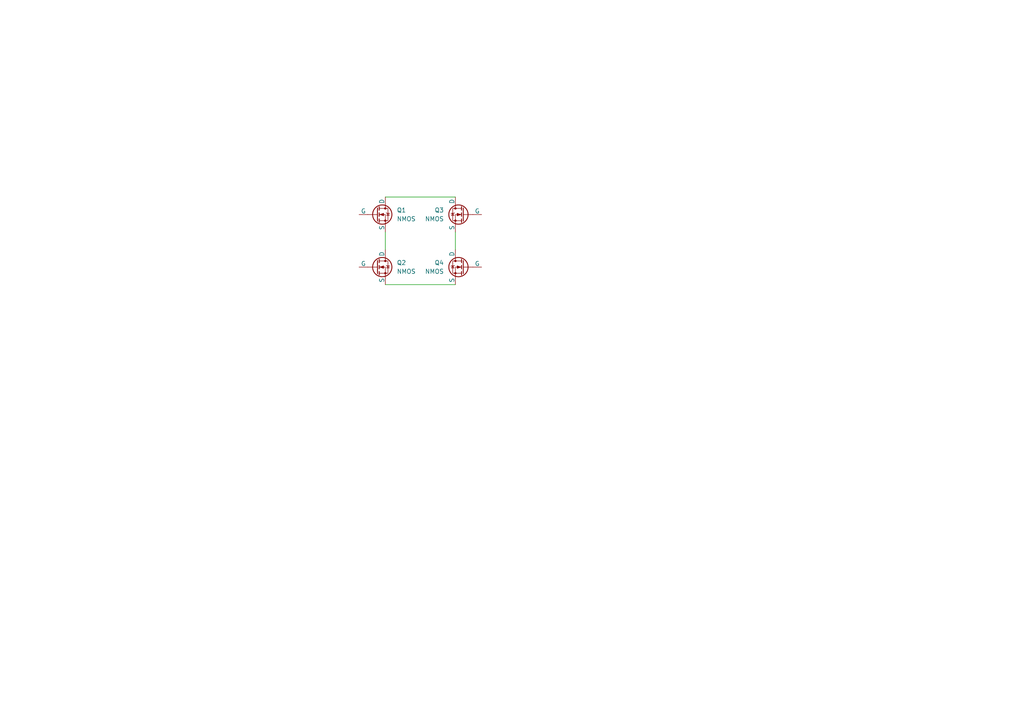
<source format=kicad_sch>
(kicad_sch (version 20230121) (generator eeschema)

  (uuid a5401a64-1ffd-4159-b94c-a6232b6db9b1)

  (paper "A4")

  (lib_symbols
    (symbol "Simulation_SPICE:NMOS" (pin_numbers hide) (pin_names (offset 0)) (in_bom yes) (on_board yes)
      (property "Reference" "Q" (at 5.08 1.27 0)
        (effects (font (size 1.27 1.27)) (justify left))
      )
      (property "Value" "NMOS" (at 5.08 -1.27 0)
        (effects (font (size 1.27 1.27)) (justify left))
      )
      (property "Footprint" "" (at 5.08 2.54 0)
        (effects (font (size 1.27 1.27)) hide)
      )
      (property "Datasheet" "https://ngspice.sourceforge.io/docs/ngspice-manual.pdf" (at 0 -12.7 0)
        (effects (font (size 1.27 1.27)) hide)
      )
      (property "Sim.Device" "NMOS" (at 0 -17.145 0)
        (effects (font (size 1.27 1.27)) hide)
      )
      (property "Sim.Type" "VDMOS" (at 0 -19.05 0)
        (effects (font (size 1.27 1.27)) hide)
      )
      (property "Sim.Pins" "1=D 2=G 3=S" (at 0 -15.24 0)
        (effects (font (size 1.27 1.27)) hide)
      )
      (property "ki_keywords" "transistor NMOS N-MOS N-MOSFET simulation" (at 0 0 0)
        (effects (font (size 1.27 1.27)) hide)
      )
      (property "ki_description" "N-MOSFET transistor, drain/source/gate" (at 0 0 0)
        (effects (font (size 1.27 1.27)) hide)
      )
      (symbol "NMOS_0_1"
        (polyline
          (pts
            (xy 0.254 0)
            (xy -2.54 0)
          )
          (stroke (width 0) (type default))
          (fill (type none))
        )
        (polyline
          (pts
            (xy 0.254 1.905)
            (xy 0.254 -1.905)
          )
          (stroke (width 0.254) (type default))
          (fill (type none))
        )
        (polyline
          (pts
            (xy 0.762 -1.27)
            (xy 0.762 -2.286)
          )
          (stroke (width 0.254) (type default))
          (fill (type none))
        )
        (polyline
          (pts
            (xy 0.762 0.508)
            (xy 0.762 -0.508)
          )
          (stroke (width 0.254) (type default))
          (fill (type none))
        )
        (polyline
          (pts
            (xy 0.762 2.286)
            (xy 0.762 1.27)
          )
          (stroke (width 0.254) (type default))
          (fill (type none))
        )
        (polyline
          (pts
            (xy 2.54 2.54)
            (xy 2.54 1.778)
          )
          (stroke (width 0) (type default))
          (fill (type none))
        )
        (polyline
          (pts
            (xy 2.54 -2.54)
            (xy 2.54 0)
            (xy 0.762 0)
          )
          (stroke (width 0) (type default))
          (fill (type none))
        )
        (polyline
          (pts
            (xy 0.762 -1.778)
            (xy 3.302 -1.778)
            (xy 3.302 1.778)
            (xy 0.762 1.778)
          )
          (stroke (width 0) (type default))
          (fill (type none))
        )
        (polyline
          (pts
            (xy 1.016 0)
            (xy 2.032 0.381)
            (xy 2.032 -0.381)
            (xy 1.016 0)
          )
          (stroke (width 0) (type default))
          (fill (type outline))
        )
        (polyline
          (pts
            (xy 2.794 0.508)
            (xy 2.921 0.381)
            (xy 3.683 0.381)
            (xy 3.81 0.254)
          )
          (stroke (width 0) (type default))
          (fill (type none))
        )
        (polyline
          (pts
            (xy 3.302 0.381)
            (xy 2.921 -0.254)
            (xy 3.683 -0.254)
            (xy 3.302 0.381)
          )
          (stroke (width 0) (type default))
          (fill (type none))
        )
        (circle (center 1.651 0) (radius 2.794)
          (stroke (width 0.254) (type default))
          (fill (type none))
        )
        (circle (center 2.54 -1.778) (radius 0.254)
          (stroke (width 0) (type default))
          (fill (type outline))
        )
        (circle (center 2.54 1.778) (radius 0.254)
          (stroke (width 0) (type default))
          (fill (type outline))
        )
      )
      (symbol "NMOS_1_1"
        (pin passive line (at 2.54 5.08 270) (length 2.54)
          (name "D" (effects (font (size 1.27 1.27))))
          (number "1" (effects (font (size 1.27 1.27))))
        )
        (pin input line (at -5.08 0 0) (length 2.54)
          (name "G" (effects (font (size 1.27 1.27))))
          (number "2" (effects (font (size 1.27 1.27))))
        )
        (pin passive line (at 2.54 -5.08 90) (length 2.54)
          (name "S" (effects (font (size 1.27 1.27))))
          (number "3" (effects (font (size 1.27 1.27))))
        )
      )
    )
  )


  (wire (pts (xy 132.08 67.31) (xy 132.08 72.39))
    (stroke (width 0) (type default))
    (uuid 1de1e32e-320e-431f-8e47-1516ba8b6a6c)
  )
  (wire (pts (xy 111.76 82.55) (xy 132.08 82.55))
    (stroke (width 0) (type default))
    (uuid 47ae1023-a75c-4536-8568-98545e31a56f)
  )
  (wire (pts (xy 111.76 57.15) (xy 132.08 57.15))
    (stroke (width 0) (type default))
    (uuid 6d414c35-b123-476c-8820-8fd517b5657f)
  )
  (wire (pts (xy 111.76 67.31) (xy 111.76 72.39))
    (stroke (width 0) (type default))
    (uuid d1032b05-1e88-45a1-b669-da769b973696)
  )

  (symbol (lib_id "Simulation_SPICE:NMOS") (at 134.62 77.47 0) (mirror y) (unit 1)
    (in_bom yes) (on_board yes) (dnp no) (fields_autoplaced)
    (uuid 618da9f9-6877-4ad3-8ae3-1607ca38299b)
    (property "Reference" "Q4" (at 128.778 76.2 0)
      (effects (font (size 1.27 1.27)) (justify left))
    )
    (property "Value" "NMOS" (at 128.778 78.74 0)
      (effects (font (size 1.27 1.27)) (justify left))
    )
    (property "Footprint" "" (at 129.54 74.93 0)
      (effects (font (size 1.27 1.27)) hide)
    )
    (property "Datasheet" "https://ngspice.sourceforge.io/docs/ngspice-manual.pdf" (at 134.62 90.17 0)
      (effects (font (size 1.27 1.27)) hide)
    )
    (property "Sim.Device" "NMOS" (at 134.62 94.615 0)
      (effects (font (size 1.27 1.27)) hide)
    )
    (property "Sim.Type" "VDMOS" (at 134.62 96.52 0)
      (effects (font (size 1.27 1.27)) hide)
    )
    (property "Sim.Pins" "1=D 2=G 3=S" (at 134.62 92.71 0)
      (effects (font (size 1.27 1.27)) hide)
    )
    (pin "1" (uuid 62ff6332-8a5c-4292-92c8-dff3306faec4))
    (pin "2" (uuid 41c4c6de-c729-484b-8487-e73b5525d9de))
    (pin "3" (uuid a6928272-dd2a-4fb5-b98c-4ddf0a15dc57))
    (instances
      (project "testo2H.K"
        (path "/a5401a64-1ffd-4159-b94c-a6232b6db9b1"
          (reference "Q4") (unit 1)
        )
      )
    )
  )

  (symbol (lib_id "Simulation_SPICE:NMOS") (at 134.62 62.23 0) (mirror y) (unit 1)
    (in_bom yes) (on_board yes) (dnp no) (fields_autoplaced)
    (uuid 73b9b7b8-2b93-4c35-ab3c-17687d45a934)
    (property "Reference" "Q3" (at 128.778 60.96 0)
      (effects (font (size 1.27 1.27)) (justify left))
    )
    (property "Value" "NMOS" (at 128.778 63.5 0)
      (effects (font (size 1.27 1.27)) (justify left))
    )
    (property "Footprint" "" (at 129.54 59.69 0)
      (effects (font (size 1.27 1.27)) hide)
    )
    (property "Datasheet" "https://ngspice.sourceforge.io/docs/ngspice-manual.pdf" (at 134.62 74.93 0)
      (effects (font (size 1.27 1.27)) hide)
    )
    (property "Sim.Device" "NMOS" (at 134.62 79.375 0)
      (effects (font (size 1.27 1.27)) hide)
    )
    (property "Sim.Type" "VDMOS" (at 134.62 81.28 0)
      (effects (font (size 1.27 1.27)) hide)
    )
    (property "Sim.Pins" "1=D 2=G 3=S" (at 134.62 77.47 0)
      (effects (font (size 1.27 1.27)) hide)
    )
    (pin "1" (uuid 03670834-9f76-433e-ab3e-295d297572d5))
    (pin "2" (uuid 6e787c10-1be7-4179-91b1-e3a16a089235))
    (pin "3" (uuid 5ac87b20-161f-4bd2-b4c9-cff2057d2788))
    (instances
      (project "testo2H.K"
        (path "/a5401a64-1ffd-4159-b94c-a6232b6db9b1"
          (reference "Q3") (unit 1)
        )
      )
    )
  )

  (symbol (lib_id "Simulation_SPICE:NMOS") (at 109.22 62.23 0) (unit 1)
    (in_bom yes) (on_board yes) (dnp no) (fields_autoplaced)
    (uuid eeb8a601-624c-4e00-b022-0ca47299850a)
    (property "Reference" "Q1" (at 115.062 60.96 0)
      (effects (font (size 1.27 1.27)) (justify left))
    )
    (property "Value" "NMOS" (at 115.062 63.5 0)
      (effects (font (size 1.27 1.27)) (justify left))
    )
    (property "Footprint" "" (at 114.3 59.69 0)
      (effects (font (size 1.27 1.27)) hide)
    )
    (property "Datasheet" "https://ngspice.sourceforge.io/docs/ngspice-manual.pdf" (at 109.22 74.93 0)
      (effects (font (size 1.27 1.27)) hide)
    )
    (property "Sim.Device" "NMOS" (at 109.22 79.375 0)
      (effects (font (size 1.27 1.27)) hide)
    )
    (property "Sim.Type" "VDMOS" (at 109.22 81.28 0)
      (effects (font (size 1.27 1.27)) hide)
    )
    (property "Sim.Pins" "1=D 2=G 3=S" (at 109.22 77.47 0)
      (effects (font (size 1.27 1.27)) hide)
    )
    (pin "1" (uuid 8c989d63-4549-4b0a-a02c-ecb1c1b572ac))
    (pin "2" (uuid b6422882-583e-4634-9d7a-f4e8aa7c3f69))
    (pin "3" (uuid eb3be73e-9ea7-4b26-aa14-ff3428efdffd))
    (instances
      (project "testo2H.K"
        (path "/a5401a64-1ffd-4159-b94c-a6232b6db9b1"
          (reference "Q1") (unit 1)
        )
      )
    )
  )

  (symbol (lib_id "Simulation_SPICE:NMOS") (at 109.22 77.47 0) (unit 1)
    (in_bom yes) (on_board yes) (dnp no) (fields_autoplaced)
    (uuid efc8cb73-af7b-429e-ab0c-f838f1b12de1)
    (property "Reference" "Q2" (at 115.062 76.2 0)
      (effects (font (size 1.27 1.27)) (justify left))
    )
    (property "Value" "NMOS" (at 115.062 78.74 0)
      (effects (font (size 1.27 1.27)) (justify left))
    )
    (property "Footprint" "" (at 114.3 74.93 0)
      (effects (font (size 1.27 1.27)) hide)
    )
    (property "Datasheet" "https://ngspice.sourceforge.io/docs/ngspice-manual.pdf" (at 109.22 90.17 0)
      (effects (font (size 1.27 1.27)) hide)
    )
    (property "Sim.Device" "NMOS" (at 109.22 94.615 0)
      (effects (font (size 1.27 1.27)) hide)
    )
    (property "Sim.Type" "VDMOS" (at 109.22 96.52 0)
      (effects (font (size 1.27 1.27)) hide)
    )
    (property "Sim.Pins" "1=D 2=G 3=S" (at 109.22 92.71 0)
      (effects (font (size 1.27 1.27)) hide)
    )
    (pin "1" (uuid 05a58afc-f540-47a1-a0a8-060c1392d6a9))
    (pin "2" (uuid 7c998f4b-75f0-4cbe-813c-cc75b8a19ee7))
    (pin "3" (uuid e55a4b0a-032e-4917-b5d7-7770f47a68fc))
    (instances
      (project "testo2H.K"
        (path "/a5401a64-1ffd-4159-b94c-a6232b6db9b1"
          (reference "Q2") (unit 1)
        )
      )
    )
  )

  (sheet_instances
    (path "/" (page "1"))
  )
)

</source>
